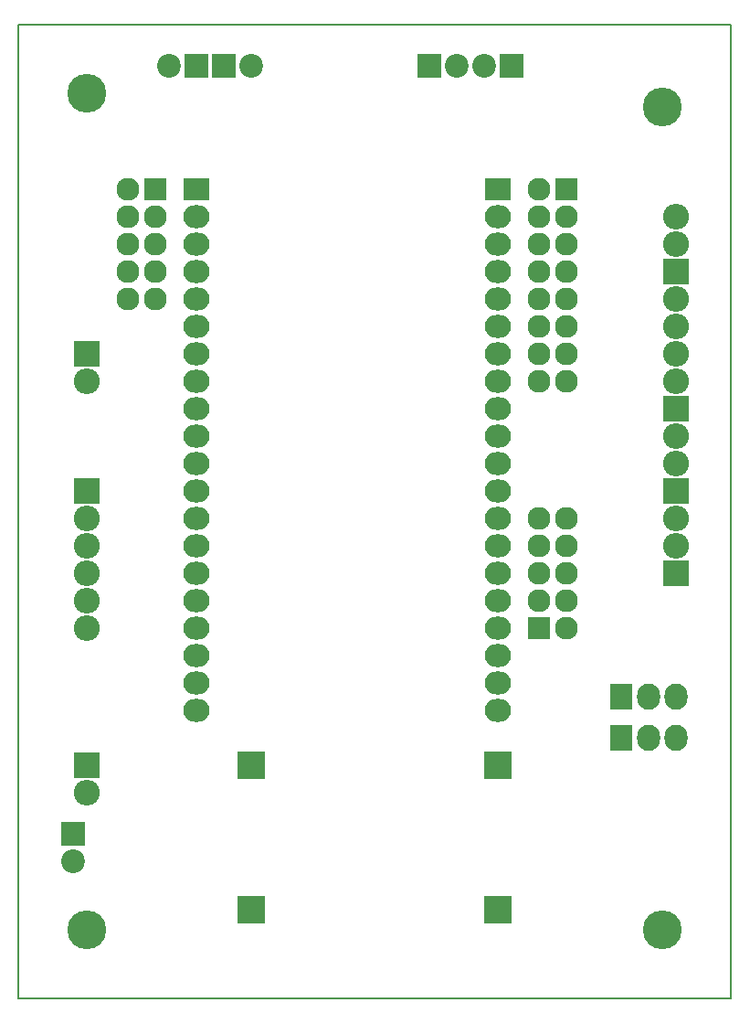
<source format=gbr>
%TF.GenerationSoftware,KiCad,Pcbnew,4.0.7*%
%TF.CreationDate,2018-04-11T17:00:31+03:00*%
%TF.ProjectId,mmnet_base_00,6D6D6E65745F626173655F30302E6B69,rev?*%
%TF.FileFunction,Soldermask,Top*%
%FSLAX46Y46*%
G04 Gerber Fmt 4.6, Leading zero omitted, Abs format (unit mm)*
G04 Created by KiCad (PCBNEW 4.0.7) date 04/11/18 17:00:31*
%MOMM*%
%LPD*%
G01*
G04 APERTURE LIST*
%ADD10C,0.100000*%
%ADD11C,0.150000*%
%ADD12O,2.398980X2.398980*%
%ADD13R,2.398980X2.398980*%
%ADD14R,2.635200X2.635200*%
%ADD15R,2.127200X2.127200*%
%ADD16O,2.127200X2.127200*%
%ADD17R,2.432000X2.127200*%
%ADD18O,2.432000X2.127200*%
%ADD19R,2.127200X2.432000*%
%ADD20O,2.127200X2.432000*%
%ADD21R,2.200000X2.200000*%
%ADD22C,2.200000*%
%ADD23C,3.600000*%
G04 APERTURE END LIST*
D10*
D11*
X170180000Y-41910000D02*
X170180000Y-132080000D01*
X104140000Y-41910000D02*
X104140000Y-132080000D01*
X170180000Y-132080000D02*
X104140000Y-132080000D01*
X104140000Y-41910000D02*
X170180000Y-41910000D01*
D12*
X110490000Y-113030000D03*
D13*
X110490000Y-110490000D03*
D12*
X110490000Y-74930000D03*
D13*
X110490000Y-72390000D03*
D12*
X165100000Y-59690000D03*
D13*
X165100000Y-64770000D03*
D12*
X165100000Y-62230000D03*
X165100000Y-69850000D03*
D13*
X165100000Y-77470000D03*
D12*
X165100000Y-74930000D03*
X165100000Y-72390000D03*
X165100000Y-67310000D03*
X165100000Y-80010000D03*
D13*
X165100000Y-85090000D03*
D12*
X165100000Y-82550000D03*
X165100000Y-87630000D03*
D13*
X165100000Y-92710000D03*
D12*
X165100000Y-90170000D03*
X110490000Y-92710000D03*
D13*
X110490000Y-85090000D03*
D12*
X110490000Y-87630000D03*
X110490000Y-90170000D03*
X110490000Y-95250000D03*
X110490000Y-97790000D03*
D14*
X125730000Y-110490000D03*
X125730000Y-123825000D03*
D15*
X116840000Y-57150000D03*
D16*
X114300000Y-57150000D03*
X116840000Y-59690000D03*
X114300000Y-59690000D03*
X116840000Y-62230000D03*
X114300000Y-62230000D03*
X116840000Y-64770000D03*
X114300000Y-64770000D03*
X116840000Y-67310000D03*
X114300000Y-67310000D03*
D14*
X148590000Y-110490000D03*
X148590000Y-123825000D03*
D17*
X120650000Y-57150000D03*
D18*
X120650000Y-59690000D03*
X120650000Y-62230000D03*
X120650000Y-64770000D03*
X120650000Y-67310000D03*
X120650000Y-69850000D03*
X120650000Y-72390000D03*
X120650000Y-74930000D03*
X120650000Y-77470000D03*
X120650000Y-80010000D03*
X120650000Y-82550000D03*
X120650000Y-85090000D03*
X120650000Y-87630000D03*
X120650000Y-90170000D03*
X120650000Y-92710000D03*
X120650000Y-95250000D03*
X120650000Y-97790000D03*
X120650000Y-100330000D03*
X120650000Y-102870000D03*
X120650000Y-105410000D03*
D17*
X148590000Y-57150000D03*
D18*
X148590000Y-59690000D03*
X148590000Y-62230000D03*
X148590000Y-64770000D03*
X148590000Y-67310000D03*
X148590000Y-69850000D03*
X148590000Y-72390000D03*
X148590000Y-74930000D03*
X148590000Y-77470000D03*
X148590000Y-80010000D03*
X148590000Y-82550000D03*
X148590000Y-85090000D03*
X148590000Y-87630000D03*
X148590000Y-90170000D03*
X148590000Y-92710000D03*
X148590000Y-95250000D03*
X148590000Y-97790000D03*
X148590000Y-100330000D03*
X148590000Y-102870000D03*
X148590000Y-105410000D03*
D19*
X160020000Y-104140000D03*
D20*
X162560000Y-104140000D03*
X165100000Y-104140000D03*
D19*
X160020000Y-107950000D03*
D20*
X162560000Y-107950000D03*
X165100000Y-107950000D03*
D15*
X154940000Y-57150000D03*
D16*
X152400000Y-57150000D03*
X154940000Y-59690000D03*
X152400000Y-59690000D03*
X154940000Y-62230000D03*
X152400000Y-62230000D03*
X154940000Y-64770000D03*
X152400000Y-64770000D03*
X154940000Y-67310000D03*
X152400000Y-67310000D03*
X154940000Y-69850000D03*
X152400000Y-69850000D03*
X154940000Y-72390000D03*
X152400000Y-72390000D03*
X154940000Y-74930000D03*
X152400000Y-74930000D03*
D15*
X152400000Y-97790000D03*
D16*
X154940000Y-97790000D03*
X152400000Y-95250000D03*
X154940000Y-95250000D03*
X152400000Y-92710000D03*
X154940000Y-92710000D03*
X152400000Y-90170000D03*
X154940000Y-90170000D03*
X152400000Y-87630000D03*
X154940000Y-87630000D03*
D21*
X109220000Y-116840000D03*
D22*
X109220000Y-119380000D03*
D21*
X123190000Y-45720000D03*
D22*
X125730000Y-45720000D03*
D21*
X120650000Y-45720000D03*
D22*
X118110000Y-45720000D03*
D21*
X142240000Y-45720000D03*
D22*
X144780000Y-45720000D03*
D21*
X149860000Y-45720000D03*
D22*
X147320000Y-45720000D03*
D23*
X163830000Y-49530000D03*
X110490000Y-48260000D03*
X110490000Y-125730000D03*
X163830000Y-125730000D03*
M02*

</source>
